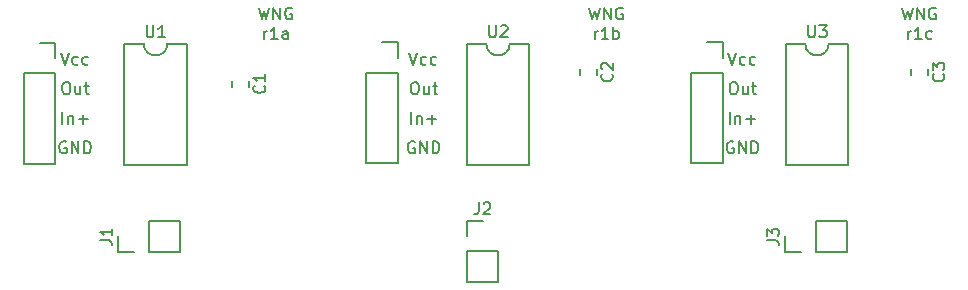
<source format=gbr>
%TF.GenerationSoftware,KiCad,Pcbnew,5.1.6-c6e7f7d~86~ubuntu16.04.1*%
%TF.CreationDate,2020-05-16T14:02:59+09:00*%
%TF.ProjectId,output.soil_monitor,6f757470-7574-42e7-936f-696c5f6d6f6e,rev?*%
%TF.SameCoordinates,Original*%
%TF.FileFunction,Legend,Top*%
%TF.FilePolarity,Positive*%
%FSLAX46Y46*%
G04 Gerber Fmt 4.6, Leading zero omitted, Abs format (unit mm)*
G04 Created by KiCad (PCBNEW 5.1.6-c6e7f7d~86~ubuntu16.04.1) date 2020-05-16 14:02:59*
%MOMM*%
%LPD*%
G01*
G04 APERTURE LIST*
%ADD10C,0.153000*%
%ADD11C,0.150000*%
G04 APERTURE END LIST*
D10*
X176047619Y-23625880D02*
X176285714Y-24625880D01*
X176476190Y-23911595D01*
X176666666Y-24625880D01*
X176904761Y-23625880D01*
X177285714Y-24625880D02*
X177285714Y-23625880D01*
X177857142Y-24625880D01*
X177857142Y-23625880D01*
X178857142Y-23673500D02*
X178761904Y-23625880D01*
X178619047Y-23625880D01*
X178476190Y-23673500D01*
X178380952Y-23768738D01*
X178333333Y-23863976D01*
X178285714Y-24054452D01*
X178285714Y-24197309D01*
X178333333Y-24387785D01*
X178380952Y-24483023D01*
X178476190Y-24578261D01*
X178619047Y-24625880D01*
X178714285Y-24625880D01*
X178857142Y-24578261D01*
X178904761Y-24530642D01*
X178904761Y-24197309D01*
X178714285Y-24197309D01*
X176523809Y-26278880D02*
X176523809Y-25612214D01*
X176523809Y-25802690D02*
X176571428Y-25707452D01*
X176619047Y-25659833D01*
X176714285Y-25612214D01*
X176809523Y-25612214D01*
X177666666Y-26278880D02*
X177095238Y-26278880D01*
X177380952Y-26278880D02*
X177380952Y-25278880D01*
X177285714Y-25421738D01*
X177190476Y-25516976D01*
X177095238Y-25564595D01*
X178523809Y-26231261D02*
X178428571Y-26278880D01*
X178238095Y-26278880D01*
X178142857Y-26231261D01*
X178095238Y-26183642D01*
X178047619Y-26088404D01*
X178047619Y-25802690D01*
X178095238Y-25707452D01*
X178142857Y-25659833D01*
X178238095Y-25612214D01*
X178428571Y-25612214D01*
X178523809Y-25659833D01*
X149547619Y-23625880D02*
X149785714Y-24625880D01*
X149976190Y-23911595D01*
X150166666Y-24625880D01*
X150404761Y-23625880D01*
X150785714Y-24625880D02*
X150785714Y-23625880D01*
X151357142Y-24625880D01*
X151357142Y-23625880D01*
X152357142Y-23673500D02*
X152261904Y-23625880D01*
X152119047Y-23625880D01*
X151976190Y-23673500D01*
X151880952Y-23768738D01*
X151833333Y-23863976D01*
X151785714Y-24054452D01*
X151785714Y-24197309D01*
X151833333Y-24387785D01*
X151880952Y-24483023D01*
X151976190Y-24578261D01*
X152119047Y-24625880D01*
X152214285Y-24625880D01*
X152357142Y-24578261D01*
X152404761Y-24530642D01*
X152404761Y-24197309D01*
X152214285Y-24197309D01*
X150000000Y-26278880D02*
X150000000Y-25612214D01*
X150000000Y-25802690D02*
X150047619Y-25707452D01*
X150095238Y-25659833D01*
X150190476Y-25612214D01*
X150285714Y-25612214D01*
X151142857Y-26278880D02*
X150571428Y-26278880D01*
X150857142Y-26278880D02*
X150857142Y-25278880D01*
X150761904Y-25421738D01*
X150666666Y-25516976D01*
X150571428Y-25564595D01*
X151571428Y-26278880D02*
X151571428Y-25278880D01*
X151571428Y-25659833D02*
X151666666Y-25612214D01*
X151857142Y-25612214D01*
X151952380Y-25659833D01*
X152000000Y-25707452D01*
X152047619Y-25802690D01*
X152047619Y-26088404D01*
X152000000Y-26183642D01*
X151952380Y-26231261D01*
X151857142Y-26278880D01*
X151666666Y-26278880D01*
X151571428Y-26231261D01*
X121547619Y-23625880D02*
X121785714Y-24625880D01*
X121976190Y-23911595D01*
X122166666Y-24625880D01*
X122404761Y-23625880D01*
X122785714Y-24625880D02*
X122785714Y-23625880D01*
X123357142Y-24625880D01*
X123357142Y-23625880D01*
X124357142Y-23673500D02*
X124261904Y-23625880D01*
X124119047Y-23625880D01*
X123976190Y-23673500D01*
X123880952Y-23768738D01*
X123833333Y-23863976D01*
X123785714Y-24054452D01*
X123785714Y-24197309D01*
X123833333Y-24387785D01*
X123880952Y-24483023D01*
X123976190Y-24578261D01*
X124119047Y-24625880D01*
X124214285Y-24625880D01*
X124357142Y-24578261D01*
X124404761Y-24530642D01*
X124404761Y-24197309D01*
X124214285Y-24197309D01*
X122000000Y-26278880D02*
X122000000Y-25612214D01*
X122000000Y-25802690D02*
X122047619Y-25707452D01*
X122095238Y-25659833D01*
X122190476Y-25612214D01*
X122285714Y-25612214D01*
X123142857Y-26278880D02*
X122571428Y-26278880D01*
X122857142Y-26278880D02*
X122857142Y-25278880D01*
X122761904Y-25421738D01*
X122666666Y-25516976D01*
X122571428Y-25564595D01*
X124000000Y-26278880D02*
X124000000Y-25755071D01*
X123952380Y-25659833D01*
X123857142Y-25612214D01*
X123666666Y-25612214D01*
X123571428Y-25659833D01*
X124000000Y-26231261D02*
X123904761Y-26278880D01*
X123666666Y-26278880D01*
X123571428Y-26231261D01*
X123523809Y-26136023D01*
X123523809Y-26040785D01*
X123571428Y-25945547D01*
X123666666Y-25897928D01*
X123904761Y-25897928D01*
X124000000Y-25850309D01*
X161738095Y-35000000D02*
X161642857Y-34952380D01*
X161500000Y-34952380D01*
X161357142Y-35000000D01*
X161261904Y-35095238D01*
X161214285Y-35190476D01*
X161166666Y-35380952D01*
X161166666Y-35523809D01*
X161214285Y-35714285D01*
X161261904Y-35809523D01*
X161357142Y-35904761D01*
X161500000Y-35952380D01*
X161595238Y-35952380D01*
X161738095Y-35904761D01*
X161785714Y-35857142D01*
X161785714Y-35523809D01*
X161595238Y-35523809D01*
X162214285Y-35952380D02*
X162214285Y-34952380D01*
X162785714Y-35952380D01*
X162785714Y-34952380D01*
X163261904Y-35952380D02*
X163261904Y-34952380D01*
X163500000Y-34952380D01*
X163642857Y-35000000D01*
X163738095Y-35095238D01*
X163785714Y-35190476D01*
X163833333Y-35380952D01*
X163833333Y-35523809D01*
X163785714Y-35714285D01*
X163738095Y-35809523D01*
X163642857Y-35904761D01*
X163500000Y-35952380D01*
X163261904Y-35952380D01*
X161428571Y-33452380D02*
X161428571Y-32452380D01*
X161904761Y-32785714D02*
X161904761Y-33452380D01*
X161904761Y-32880952D02*
X161952380Y-32833333D01*
X162047619Y-32785714D01*
X162190476Y-32785714D01*
X162285714Y-32833333D01*
X162333333Y-32928571D01*
X162333333Y-33452380D01*
X162809523Y-33071428D02*
X163571428Y-33071428D01*
X163190476Y-33452380D02*
X163190476Y-32690476D01*
X161309523Y-27452380D02*
X161642857Y-28452380D01*
X161976190Y-27452380D01*
X162738095Y-28404761D02*
X162642857Y-28452380D01*
X162452380Y-28452380D01*
X162357142Y-28404761D01*
X162309523Y-28357142D01*
X162261904Y-28261904D01*
X162261904Y-27976190D01*
X162309523Y-27880952D01*
X162357142Y-27833333D01*
X162452380Y-27785714D01*
X162642857Y-27785714D01*
X162738095Y-27833333D01*
X163595238Y-28404761D02*
X163500000Y-28452380D01*
X163309523Y-28452380D01*
X163214285Y-28404761D01*
X163166666Y-28357142D01*
X163119047Y-28261904D01*
X163119047Y-27976190D01*
X163166666Y-27880952D01*
X163214285Y-27833333D01*
X163309523Y-27785714D01*
X163500000Y-27785714D01*
X163595238Y-27833333D01*
X161666666Y-29952380D02*
X161857142Y-29952380D01*
X161952380Y-30000000D01*
X162047619Y-30095238D01*
X162095238Y-30285714D01*
X162095238Y-30619047D01*
X162047619Y-30809523D01*
X161952380Y-30904761D01*
X161857142Y-30952380D01*
X161666666Y-30952380D01*
X161571428Y-30904761D01*
X161476190Y-30809523D01*
X161428571Y-30619047D01*
X161428571Y-30285714D01*
X161476190Y-30095238D01*
X161571428Y-30000000D01*
X161666666Y-29952380D01*
X162952380Y-30285714D02*
X162952380Y-30952380D01*
X162523809Y-30285714D02*
X162523809Y-30809523D01*
X162571428Y-30904761D01*
X162666666Y-30952380D01*
X162809523Y-30952380D01*
X162904761Y-30904761D01*
X162952380Y-30857142D01*
X163285714Y-30285714D02*
X163666666Y-30285714D01*
X163428571Y-29952380D02*
X163428571Y-30809523D01*
X163476190Y-30904761D01*
X163571428Y-30952380D01*
X163666666Y-30952380D01*
X134738095Y-35000000D02*
X134642857Y-34952380D01*
X134500000Y-34952380D01*
X134357142Y-35000000D01*
X134261904Y-35095238D01*
X134214285Y-35190476D01*
X134166666Y-35380952D01*
X134166666Y-35523809D01*
X134214285Y-35714285D01*
X134261904Y-35809523D01*
X134357142Y-35904761D01*
X134500000Y-35952380D01*
X134595238Y-35952380D01*
X134738095Y-35904761D01*
X134785714Y-35857142D01*
X134785714Y-35523809D01*
X134595238Y-35523809D01*
X135214285Y-35952380D02*
X135214285Y-34952380D01*
X135785714Y-35952380D01*
X135785714Y-34952380D01*
X136261904Y-35952380D02*
X136261904Y-34952380D01*
X136500000Y-34952380D01*
X136642857Y-35000000D01*
X136738095Y-35095238D01*
X136785714Y-35190476D01*
X136833333Y-35380952D01*
X136833333Y-35523809D01*
X136785714Y-35714285D01*
X136738095Y-35809523D01*
X136642857Y-35904761D01*
X136500000Y-35952380D01*
X136261904Y-35952380D01*
X134428571Y-33452380D02*
X134428571Y-32452380D01*
X134904761Y-32785714D02*
X134904761Y-33452380D01*
X134904761Y-32880952D02*
X134952380Y-32833333D01*
X135047619Y-32785714D01*
X135190476Y-32785714D01*
X135285714Y-32833333D01*
X135333333Y-32928571D01*
X135333333Y-33452380D01*
X135809523Y-33071428D02*
X136571428Y-33071428D01*
X136190476Y-33452380D02*
X136190476Y-32690476D01*
X134309523Y-27452380D02*
X134642857Y-28452380D01*
X134976190Y-27452380D01*
X135738095Y-28404761D02*
X135642857Y-28452380D01*
X135452380Y-28452380D01*
X135357142Y-28404761D01*
X135309523Y-28357142D01*
X135261904Y-28261904D01*
X135261904Y-27976190D01*
X135309523Y-27880952D01*
X135357142Y-27833333D01*
X135452380Y-27785714D01*
X135642857Y-27785714D01*
X135738095Y-27833333D01*
X136595238Y-28404761D02*
X136500000Y-28452380D01*
X136309523Y-28452380D01*
X136214285Y-28404761D01*
X136166666Y-28357142D01*
X136119047Y-28261904D01*
X136119047Y-27976190D01*
X136166666Y-27880952D01*
X136214285Y-27833333D01*
X136309523Y-27785714D01*
X136500000Y-27785714D01*
X136595238Y-27833333D01*
X134666666Y-29952380D02*
X134857142Y-29952380D01*
X134952380Y-30000000D01*
X135047619Y-30095238D01*
X135095238Y-30285714D01*
X135095238Y-30619047D01*
X135047619Y-30809523D01*
X134952380Y-30904761D01*
X134857142Y-30952380D01*
X134666666Y-30952380D01*
X134571428Y-30904761D01*
X134476190Y-30809523D01*
X134428571Y-30619047D01*
X134428571Y-30285714D01*
X134476190Y-30095238D01*
X134571428Y-30000000D01*
X134666666Y-29952380D01*
X135952380Y-30285714D02*
X135952380Y-30952380D01*
X135523809Y-30285714D02*
X135523809Y-30809523D01*
X135571428Y-30904761D01*
X135666666Y-30952380D01*
X135809523Y-30952380D01*
X135904761Y-30904761D01*
X135952380Y-30857142D01*
X136285714Y-30285714D02*
X136666666Y-30285714D01*
X136428571Y-29952380D02*
X136428571Y-30809523D01*
X136476190Y-30904761D01*
X136571428Y-30952380D01*
X136666666Y-30952380D01*
X104928571Y-33452380D02*
X104928571Y-32452380D01*
X105404761Y-32785714D02*
X105404761Y-33452380D01*
X105404761Y-32880952D02*
X105452380Y-32833333D01*
X105547619Y-32785714D01*
X105690476Y-32785714D01*
X105785714Y-32833333D01*
X105833333Y-32928571D01*
X105833333Y-33452380D01*
X106309523Y-33071428D02*
X107071428Y-33071428D01*
X106690476Y-33452380D02*
X106690476Y-32690476D01*
X105166666Y-29952380D02*
X105357142Y-29952380D01*
X105452380Y-30000000D01*
X105547619Y-30095238D01*
X105595238Y-30285714D01*
X105595238Y-30619047D01*
X105547619Y-30809523D01*
X105452380Y-30904761D01*
X105357142Y-30952380D01*
X105166666Y-30952380D01*
X105071428Y-30904761D01*
X104976190Y-30809523D01*
X104928571Y-30619047D01*
X104928571Y-30285714D01*
X104976190Y-30095238D01*
X105071428Y-30000000D01*
X105166666Y-29952380D01*
X106452380Y-30285714D02*
X106452380Y-30952380D01*
X106023809Y-30285714D02*
X106023809Y-30809523D01*
X106071428Y-30904761D01*
X106166666Y-30952380D01*
X106309523Y-30952380D01*
X106404761Y-30904761D01*
X106452380Y-30857142D01*
X106785714Y-30285714D02*
X107166666Y-30285714D01*
X106928571Y-29952380D02*
X106928571Y-30809523D01*
X106976190Y-30904761D01*
X107071428Y-30952380D01*
X107166666Y-30952380D01*
X105238095Y-35000000D02*
X105142857Y-34952380D01*
X105000000Y-34952380D01*
X104857142Y-35000000D01*
X104761904Y-35095238D01*
X104714285Y-35190476D01*
X104666666Y-35380952D01*
X104666666Y-35523809D01*
X104714285Y-35714285D01*
X104761904Y-35809523D01*
X104857142Y-35904761D01*
X105000000Y-35952380D01*
X105095238Y-35952380D01*
X105238095Y-35904761D01*
X105285714Y-35857142D01*
X105285714Y-35523809D01*
X105095238Y-35523809D01*
X105714285Y-35952380D02*
X105714285Y-34952380D01*
X106285714Y-35952380D01*
X106285714Y-34952380D01*
X106761904Y-35952380D02*
X106761904Y-34952380D01*
X107000000Y-34952380D01*
X107142857Y-35000000D01*
X107238095Y-35095238D01*
X107285714Y-35190476D01*
X107333333Y-35380952D01*
X107333333Y-35523809D01*
X107285714Y-35714285D01*
X107238095Y-35809523D01*
X107142857Y-35904761D01*
X107000000Y-35952380D01*
X106761904Y-35952380D01*
X104809523Y-27452380D02*
X105142857Y-28452380D01*
X105476190Y-27452380D01*
X106238095Y-28404761D02*
X106142857Y-28452380D01*
X105952380Y-28452380D01*
X105857142Y-28404761D01*
X105809523Y-28357142D01*
X105761904Y-28261904D01*
X105761904Y-27976190D01*
X105809523Y-27880952D01*
X105857142Y-27833333D01*
X105952380Y-27785714D01*
X106142857Y-27785714D01*
X106238095Y-27833333D01*
X107095238Y-28404761D02*
X107000000Y-28452380D01*
X106809523Y-28452380D01*
X106714285Y-28404761D01*
X106666666Y-28357142D01*
X106619047Y-28261904D01*
X106619047Y-27976190D01*
X106666666Y-27880952D01*
X106714285Y-27833333D01*
X106809523Y-27785714D01*
X107000000Y-27785714D01*
X107095238Y-27833333D01*
%TO.C,U3*%
X167810000Y-26670000D02*
X166160000Y-26670000D01*
X166160000Y-26670000D02*
X166160000Y-36950000D01*
X166160000Y-36950000D02*
X171460000Y-36950000D01*
X171460000Y-36950000D02*
X171460000Y-26670000D01*
X171460000Y-26670000D02*
X169810000Y-26670000D01*
X169810000Y-26670000D02*
G75*
G02*
X167810000Y-26670000I-1000000J0D01*
G01*
%TO.C,J6*%
X158170000Y-29120000D02*
X160830000Y-29120000D01*
X158170000Y-29120000D02*
X158170000Y-36800000D01*
X158170000Y-36800000D02*
X160830000Y-36800000D01*
X160830000Y-29120000D02*
X160830000Y-36800000D01*
X160830000Y-26520000D02*
X160830000Y-27850000D01*
X159500000Y-26520000D02*
X160830000Y-26520000D01*
%TO.C,C3*%
X178210000Y-28803922D02*
X178210000Y-29321078D01*
X176790000Y-28803922D02*
X176790000Y-29321078D01*
%TO.C,U2*%
X140810000Y-26670000D02*
X139160000Y-26670000D01*
X139160000Y-26670000D02*
X139160000Y-36950000D01*
X139160000Y-36950000D02*
X144460000Y-36950000D01*
X144460000Y-36950000D02*
X144460000Y-26670000D01*
X144460000Y-26670000D02*
X142810000Y-26670000D01*
X142810000Y-26670000D02*
G75*
G02*
X140810000Y-26670000I-1000000J0D01*
G01*
%TO.C,J5*%
X130670000Y-29120000D02*
X133330000Y-29120000D01*
X130670000Y-29120000D02*
X130670000Y-36800000D01*
X130670000Y-36800000D02*
X133330000Y-36800000D01*
X133330000Y-29120000D02*
X133330000Y-36800000D01*
X133330000Y-26520000D02*
X133330000Y-27850000D01*
X132000000Y-26520000D02*
X133330000Y-26520000D01*
%TO.C,C2*%
X150147500Y-28803922D02*
X150147500Y-29321078D01*
X148727500Y-28803922D02*
X148727500Y-29321078D01*
%TO.C,J4*%
X101670000Y-29190000D02*
X104330000Y-29190000D01*
X101670000Y-29190000D02*
X101670000Y-36870000D01*
X101670000Y-36870000D02*
X104330000Y-36870000D01*
X104330000Y-29190000D02*
X104330000Y-36870000D01*
X104330000Y-26590000D02*
X104330000Y-27920000D01*
X103000000Y-26590000D02*
X104330000Y-26590000D01*
%TO.C,U1*%
X111810000Y-26670000D02*
X110160000Y-26670000D01*
X110160000Y-26670000D02*
X110160000Y-36950000D01*
X110160000Y-36950000D02*
X115460000Y-36950000D01*
X115460000Y-36950000D02*
X115460000Y-26670000D01*
X115460000Y-26670000D02*
X113810000Y-26670000D01*
X113810000Y-26670000D02*
G75*
G02*
X111810000Y-26670000I-1000000J0D01*
G01*
%TO.C,C1*%
X120710000Y-29803922D02*
X120710000Y-30321078D01*
X119290000Y-29803922D02*
X119290000Y-30321078D01*
%TO.C,J3*%
X171330000Y-44330000D02*
X171330000Y-41670000D01*
X168730000Y-44330000D02*
X171330000Y-44330000D01*
X168730000Y-41670000D02*
X171330000Y-41670000D01*
X168730000Y-44330000D02*
X168730000Y-41670000D01*
X167460000Y-44330000D02*
X166130000Y-44330000D01*
X166130000Y-44330000D02*
X166130000Y-43000000D01*
%TO.C,J2*%
X139170000Y-46870000D02*
X141830000Y-46870000D01*
X139170000Y-44270000D02*
X139170000Y-46870000D01*
X141830000Y-44270000D02*
X141830000Y-46870000D01*
X139170000Y-44270000D02*
X141830000Y-44270000D01*
X139170000Y-43000000D02*
X139170000Y-41670000D01*
X139170000Y-41670000D02*
X140500000Y-41670000D01*
%TO.C,J1*%
X114870000Y-44330000D02*
X114870000Y-41670000D01*
X112270000Y-44330000D02*
X114870000Y-44330000D01*
X112270000Y-41670000D02*
X114870000Y-41670000D01*
X112270000Y-44330000D02*
X112270000Y-41670000D01*
X111000000Y-44330000D02*
X109670000Y-44330000D01*
X109670000Y-44330000D02*
X109670000Y-43000000D01*
%TO.C,U3*%
X168048095Y-25122380D02*
X168048095Y-25931904D01*
X168095714Y-26027142D01*
X168143333Y-26074761D01*
X168238571Y-26122380D01*
X168429047Y-26122380D01*
X168524285Y-26074761D01*
X168571904Y-26027142D01*
X168619523Y-25931904D01*
X168619523Y-25122380D01*
X169000476Y-25122380D02*
X169619523Y-25122380D01*
X169286190Y-25503333D01*
X169429047Y-25503333D01*
X169524285Y-25550952D01*
X169571904Y-25598571D01*
X169619523Y-25693809D01*
X169619523Y-25931904D01*
X169571904Y-26027142D01*
X169524285Y-26074761D01*
X169429047Y-26122380D01*
X169143333Y-26122380D01*
X169048095Y-26074761D01*
X169000476Y-26027142D01*
%TO.C,C3*%
X179507142Y-29229166D02*
X179554761Y-29276785D01*
X179602380Y-29419642D01*
X179602380Y-29514880D01*
X179554761Y-29657738D01*
X179459523Y-29752976D01*
X179364285Y-29800595D01*
X179173809Y-29848214D01*
X179030952Y-29848214D01*
X178840476Y-29800595D01*
X178745238Y-29752976D01*
X178650000Y-29657738D01*
X178602380Y-29514880D01*
X178602380Y-29419642D01*
X178650000Y-29276785D01*
X178697619Y-29229166D01*
X178602380Y-28895833D02*
X178602380Y-28276785D01*
X178983333Y-28610119D01*
X178983333Y-28467261D01*
X179030952Y-28372023D01*
X179078571Y-28324404D01*
X179173809Y-28276785D01*
X179411904Y-28276785D01*
X179507142Y-28324404D01*
X179554761Y-28372023D01*
X179602380Y-28467261D01*
X179602380Y-28752976D01*
X179554761Y-28848214D01*
X179507142Y-28895833D01*
%TO.C,U2*%
X141048095Y-25122380D02*
X141048095Y-25931904D01*
X141095714Y-26027142D01*
X141143333Y-26074761D01*
X141238571Y-26122380D01*
X141429047Y-26122380D01*
X141524285Y-26074761D01*
X141571904Y-26027142D01*
X141619523Y-25931904D01*
X141619523Y-25122380D01*
X142048095Y-25217619D02*
X142095714Y-25170000D01*
X142190952Y-25122380D01*
X142429047Y-25122380D01*
X142524285Y-25170000D01*
X142571904Y-25217619D01*
X142619523Y-25312857D01*
X142619523Y-25408095D01*
X142571904Y-25550952D01*
X142000476Y-26122380D01*
X142619523Y-26122380D01*
%TO.C,C2*%
X151444642Y-29229166D02*
X151492261Y-29276785D01*
X151539880Y-29419642D01*
X151539880Y-29514880D01*
X151492261Y-29657738D01*
X151397023Y-29752976D01*
X151301785Y-29800595D01*
X151111309Y-29848214D01*
X150968452Y-29848214D01*
X150777976Y-29800595D01*
X150682738Y-29752976D01*
X150587500Y-29657738D01*
X150539880Y-29514880D01*
X150539880Y-29419642D01*
X150587500Y-29276785D01*
X150635119Y-29229166D01*
X150635119Y-28848214D02*
X150587500Y-28800595D01*
X150539880Y-28705357D01*
X150539880Y-28467261D01*
X150587500Y-28372023D01*
X150635119Y-28324404D01*
X150730357Y-28276785D01*
X150825595Y-28276785D01*
X150968452Y-28324404D01*
X151539880Y-28895833D01*
X151539880Y-28276785D01*
%TO.C,U1*%
X112048095Y-25122380D02*
X112048095Y-25931904D01*
X112095714Y-26027142D01*
X112143333Y-26074761D01*
X112238571Y-26122380D01*
X112429047Y-26122380D01*
X112524285Y-26074761D01*
X112571904Y-26027142D01*
X112619523Y-25931904D01*
X112619523Y-25122380D01*
X113619523Y-26122380D02*
X113048095Y-26122380D01*
X113333809Y-26122380D02*
X113333809Y-25122380D01*
X113238571Y-25265238D01*
X113143333Y-25360476D01*
X113048095Y-25408095D01*
%TO.C,C1*%
X122007142Y-30229166D02*
X122054761Y-30276785D01*
X122102380Y-30419642D01*
X122102380Y-30514880D01*
X122054761Y-30657738D01*
X121959523Y-30752976D01*
X121864285Y-30800595D01*
X121673809Y-30848214D01*
X121530952Y-30848214D01*
X121340476Y-30800595D01*
X121245238Y-30752976D01*
X121150000Y-30657738D01*
X121102380Y-30514880D01*
X121102380Y-30419642D01*
X121150000Y-30276785D01*
X121197619Y-30229166D01*
X122102380Y-29276785D02*
X122102380Y-29848214D01*
X122102380Y-29562500D02*
X121102380Y-29562500D01*
X121245238Y-29657738D01*
X121340476Y-29752976D01*
X121388095Y-29848214D01*
%TO.C,J3*%
X164582380Y-43333333D02*
X165296666Y-43333333D01*
X165439523Y-43380952D01*
X165534761Y-43476190D01*
X165582380Y-43619047D01*
X165582380Y-43714285D01*
X164582380Y-42952380D02*
X164582380Y-42333333D01*
X164963333Y-42666666D01*
X164963333Y-42523809D01*
X165010952Y-42428571D01*
X165058571Y-42380952D01*
X165153809Y-42333333D01*
X165391904Y-42333333D01*
X165487142Y-42380952D01*
X165534761Y-42428571D01*
X165582380Y-42523809D01*
X165582380Y-42809523D01*
X165534761Y-42904761D01*
X165487142Y-42952380D01*
%TO.C,J2*%
X140166666Y-40122380D02*
X140166666Y-40836666D01*
X140119047Y-40979523D01*
X140023809Y-41074761D01*
X139880952Y-41122380D01*
X139785714Y-41122380D01*
X140595238Y-40217619D02*
X140642857Y-40170000D01*
X140738095Y-40122380D01*
X140976190Y-40122380D01*
X141071428Y-40170000D01*
X141119047Y-40217619D01*
X141166666Y-40312857D01*
X141166666Y-40408095D01*
X141119047Y-40550952D01*
X140547619Y-41122380D01*
X141166666Y-41122380D01*
%TO.C,J1*%
X108122380Y-43333333D02*
X108836666Y-43333333D01*
X108979523Y-43380952D01*
X109074761Y-43476190D01*
X109122380Y-43619047D01*
X109122380Y-43714285D01*
X109122380Y-42333333D02*
X109122380Y-42904761D01*
X109122380Y-42619047D02*
X108122380Y-42619047D01*
X108265238Y-42714285D01*
X108360476Y-42809523D01*
X108408095Y-42904761D01*
%TO.C,*%
D11*
%TD*%
M02*

</source>
